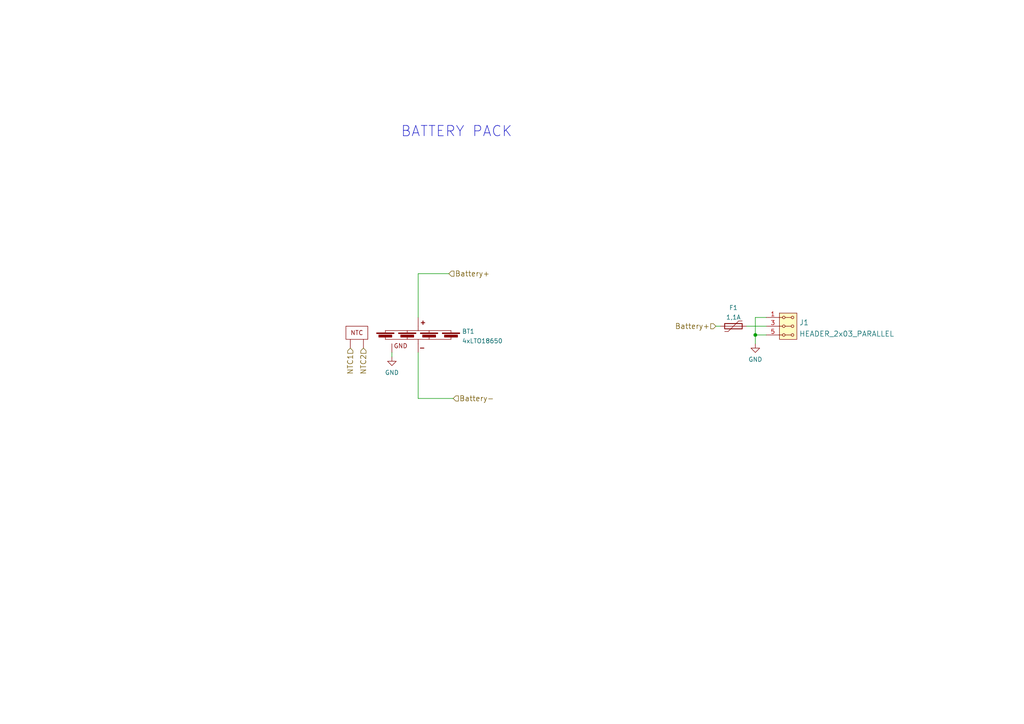
<source format=kicad_sch>
(kicad_sch (version 20211123) (generator eeschema)
  (paper "A4")
  (title_block (title "SOLARMINIBAT01A") (date "2022-07-20") (rev "A") (company "MLAB.cz") (comment 2 "Solar charged LTO Battery Managment System"))
  (lib_symbols
    (symbol "Device:Polyfuse" (pin_numbers hide) (pin_names (offset 0))
      (property "Reference" "F" (at -2.54 0 90))
      (property "Value" "Polyfuse" (at 2.54 0 90))
      (symbol "Polyfuse_0_1"
        (rectangle (start -0.762 2.54) (end 0.762 -2.54) (stroke (width 0.254)))
        (polyline (pts (xy 0 2.54) (xy 0 -2.54)))
        (polyline (pts (xy -1.524 2.54) (xy -1.524 1.524) (xy 1.524 -1.524) (xy 1.524 -2.54)))
      )
      (symbol "Polyfuse_1_1"
        (pin passive line (at 0 3.81 270) (length 1.27) (name "~") (number "1"))
        (pin passive line (at 0 -3.81 90) (length 1.27) (name "~") (number "2"))
      )
    )
    (symbol "MLAB_BATERY:4xLTO18650" (pin_numbers hide) (pin_names (offset 0) hide)
      (property "Reference" "BT" (at 5.08 4.445 0))
      (property "Value" "4xLTO18650" (at 5.08 -2.54 0))
      (symbol "4xLTO18650_0_0"
        (text "GND" (at -5.08 -1.905 0) (effects (font (size 1.27 1.27))))
        (text "NTC" (at -17.78 1.905 0) (effects (font (size 1.27 1.27))))
      )
      (symbol "4xLTO18650_0_1"
        (rectangle (start -20.955 3.81) (end -14.605 0) (stroke (width 0.1524)))
        (rectangle (start -12.065 1.905) (end -6.985 1.651) (fill (type outline)))
        (rectangle (start -11.43 1.27) (end -7.62 0.635) (fill (type outline)))
        (rectangle (start -5.715 1.905) (end -0.635 1.651) (fill (type outline)))
        (rectangle (start -5.08 1.27) (end -1.27 0.635) (fill (type outline)))
        (polyline (pts (xy -9.525 0) (xy 9.525 0)) (stroke (width 0.1524)))
        (polyline (pts (xy -9.525 0.635) (xy -9.525 0)) (stroke (width 0.1524)))
        (polyline (pts (xy -9.525 1.905) (xy -9.525 2.54)) (stroke (width 0.1524)))
        (polyline (pts (xy -9.525 2.54) (xy 9.525 2.54)) (stroke (width 0.1524)))
        (polyline (pts (xy -3.175 0.635) (xy -3.175 0)) (stroke (width 0.1524)))
        (polyline (pts (xy -3.175 1.905) (xy -3.175 2.54)) (stroke (width 0.1524)))
        (polyline (pts (xy 0 -1.27) (xy 0 0)) (stroke (width 0.1524)))
        (polyline (pts (xy 0 2.54) (xy 0 3.81)) (stroke (width 0.1524)))
        (polyline (pts (xy 0.635 -2.54) (xy 1.651 -2.54)) (stroke (width 0.254)))
        (polyline (pts (xy 0.889 4.826) (xy 1.905 4.826)) (stroke (width 0.254)))
        (polyline (pts (xy 1.397 5.334) (xy 1.397 4.318)) (stroke (width 0.254)))
        (polyline (pts (xy 3.175 0.635) (xy 3.175 0)) (stroke (width 0.1524)))
        (polyline (pts (xy 3.175 1.905) (xy 3.175 2.54)) (stroke (width 0.1524)))
        (polyline (pts (xy 9.525 0.635) (xy 9.525 0)) (stroke (width 0.1524)))
        (polyline (pts (xy 9.525 1.905) (xy 9.525 2.54)) (stroke (width 0.1524)))
        (rectangle (start 0.635 1.905) (end 5.715 1.651) (fill (type outline)))
        (rectangle (start 1.27 1.27) (end 5.08 0.635) (fill (type outline)))
        (rectangle (start 6.985 1.905) (end 12.065 1.651) (fill (type outline)))
        (rectangle (start 7.62 1.27) (end 11.43 0.635) (fill (type outline)))
      )
      (symbol "4xLTO18650_1_1"
        (pin passive line (at 0 6.35 270) (length 2.54) (name "+") (number "1"))
        (pin passive line (at 0 -3.81 90) (length 2.54) (name "-") (number "2"))
        (pin passive line (at -7.62 -3.81 90) (length 2.54) (name "GND") (number "3"))
        (pin passive line (at -19.685 -2.54 90) (length 2.54) (name "") (number "5"))
        (pin passive line (at -15.875 -2.54 90) (length 2.54) (name "") (number "6"))
      )
    )
    (symbol "MLAB_HEADER:HEADER_2x03_PARALLEL" (pin_names (offset 1.016))
      (property "Reference" "J" (at 0 -5.08 0))
      (property "Value" "HEADER_2x03_PARALLEL" (at 0 5.08 0))
      (symbol "HEADER_2x03_PARALLEL_0_1"
        (rectangle (start -2.54 3.81) (end 2.54 -3.81) (fill (type background)))
        (circle (center -1.27 -2.54) (radius 0.381))
        (circle (center -1.27 0) (radius 0.381))
        (circle (center -1.27 2.54) (radius 0.381))
        (polyline (pts (xy -1.651 -2.54) (xy -2.54 -2.54)))
        (polyline (pts (xy -1.651 0) (xy -2.54 0)))
        (polyline (pts (xy -1.651 2.54) (xy -2.54 2.54)))
        (polyline (pts (xy -0.889 -2.54) (xy 0.889 -2.54)))
        (polyline (pts (xy -0.889 0) (xy 0.889 0)))
        (polyline (pts (xy -0.889 2.54) (xy 0.889 2.54)))
        (circle (center 1.27 -2.54) (radius 0.381))
        (circle (center 1.27 0) (radius 0.381))
        (circle (center 1.27 2.54) (radius 0.381))
      )
      (symbol "HEADER_2x03_PARALLEL_1_1"
        (pin input line (at -6.35 2.54 0) (length 3.81) (name "~") (number "1"))
        (pin input line (at -6.35 2.54 0) (length 3.81) hide (name "~") (number "2"))
        (pin input line (at -6.35 0 0) (length 3.81) (name "~") (number "3"))
        (pin input line (at -6.35 0 0) (length 3.81) hide (name "~") (number "4"))
        (pin input line (at -6.35 -2.54 0) (length 3.81) (name "~") (number "5"))
        (pin input line (at -6.35 -2.54 0) (length 3.81) hide (name "~") (number "6"))
      )
    )
    (symbol "power:GND" (power) (pin_names (offset 0))
      (property "Value" "GND" (at 0 -3.81 0))
      (symbol "GND_0_1"
        (polyline (pts (xy 0 0) (xy 0 -1.27) (xy 1.27 -1.27) (xy 0 -2.54) (xy -1.27 -1.27) (xy 0 -1.27)))
      )
      (symbol "GND_1_1"
        (pin power_in line (at 0 0 270) (length 0) hide (name "GND") (number "1"))
      )
    )
  )
  (junction (at 219.075 97.155))
  (wire (pts (xy 219.075 97.155) (xy 222.25 97.155)))
  (wire (pts (xy 216.535 94.615) (xy 222.25 94.615)))
  (wire (pts (xy 113.665 102.235) (xy 113.665 103.505)))
  (wire (pts (xy 121.285 79.375) (xy 130.175 79.375)))
  (wire (pts (xy 219.075 97.155) (xy 219.075 99.695)))
  (wire (pts (xy 207.645 94.615) (xy 208.915 94.615)))
  (wire (pts (xy 121.285 79.375) (xy 121.285 92.075)))
  (wire (pts (xy 121.285 115.57) (xy 131.445 115.57)))
  (wire (pts (xy 121.285 102.235) (xy 121.285 115.57)))
  (wire (pts (xy 219.075 92.075) (xy 219.075 97.155)))
  (wire (pts (xy 222.25 92.075) (xy 219.075 92.075)))
  (text "BATTERY PACK" (at 116.205 40.005 0) (effects (font (size 2.9972 2.9972)) (justify left bottom)))
  (hierarchical_label "Battery+" (shape input) (at 207.645 94.615 180) (effects (font (size 1.524 1.524))))
  (hierarchical_label "Battery+" (shape input) (at 130.175 79.375 0) (effects (font (size 1.524 1.524))))
  (hierarchical_label "NTC1" (shape input) (at 101.6 100.965 270) (effects (font (size 1.524 1.524))))
  (hierarchical_label "NTC2" (shape input) (at 105.41 100.965 270) (effects (font (size 1.524 1.524))))
  (hierarchical_label "Battery-" (shape input) (at 131.445 115.57 0) (effects (font (size 1.524 1.524))))
  (symbol (lib_id "MLAB_BATERY:4xLTO18650") (at 121.285 98.425 0) (unit 1)
    (property "Reference" "BT1" (at 133.985 96.1195 0) (effects (justify left)))
    (property "Value" "4xLTO18650" (at 133.985 98.8946 0) (effects (justify left)))
    (property "Footprint" "Mlab_Batery:4XLTO1865V01A" (effects hide))
  )
  (symbol (lib_id "MLAB_HEADER:HEADER_2x03_PARALLEL") (at 228.6 94.615 0) (unit 1)
    (property "Reference" "J1" (at 231.775 93.5503 0) (effects (font (size 1.524 1.524)) (justify left)))
    (property "Value" "HEADER_2x03_PARALLEL" (at 231.775 96.8293 0) (effects (font (size 1.524 1.524)) (justify left)))
    (property "Footprint" "Mlab_Pin_Headers:Straight_2x03" (effects hide))
  )
  (symbol (lib_id "power:GND") (at 219.075 99.695 0) (unit 1)
    (property "Reference" "#PWR0116" (effects hide))
    (property "Value" "GND" (at 219.075 104.2575 0))
  )
  (symbol (lib_id "power:GND") (at 113.665 103.505 0) (unit 1)
    (property "Reference" "#PWR0141" (effects hide))
    (property "Value" "GND" (at 113.665 108.0675 0))
  )
  (symbol (lib_id "Device:Polyfuse") (at 212.725 94.615 90) (unit 1)
    (property "Reference" "F1" (at 212.725 89.2515 90))
    (property "Value" "1,1A" (at 212.725 92.0266 90))
    (property "Footprint" "Fuse:Fuse_1812_4532Metric_Pad1.30x3.40mm_HandSolder" (effects hide))
    (property "UST_ID" "5c70984512875079b91f88d3" (effects hide))
  )
)
</source>
